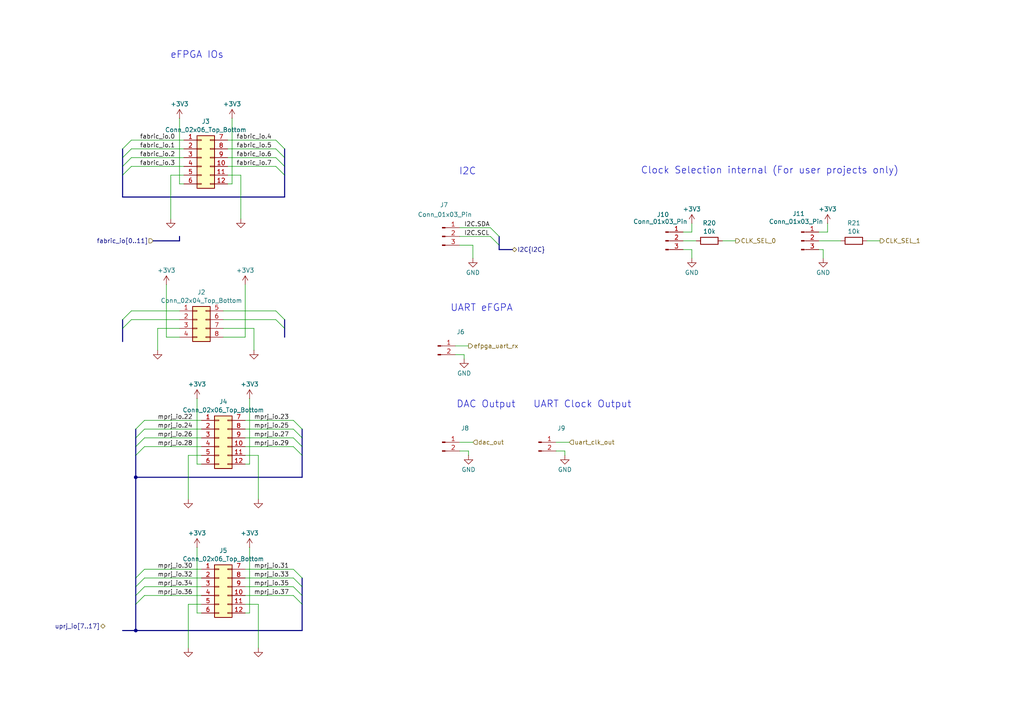
<source format=kicad_sch>
(kicad_sch (version 20231120) (generator "eeschema") (generator_version "8.0")
  (paper "A4")
  (title_block (title "Pin Headers") (date "2024-05-30") (rev "0.2.0"))
  (lib_symbols
    (symbol "Connector:Conn_01x02_Pin" (pin_names (offset 1.016) hide)
      (property "Reference" "J" (at 0 2.54 0))
      (property "Value" "Conn_01x02_Pin" (at 0 -5.08 0))
      (symbol "Conn_01x02_Pin_1_1"
        (polyline (pts (xy 1.27 -2.54) (xy 0.8636 -2.54)) (stroke (width 0.1524)))
        (polyline (pts (xy 1.27 0) (xy 0.8636 0)) (stroke (width 0.1524)))
        (rectangle (start 0.8636 -2.413) (end 0 -2.667) (stroke (width 0.1524)) (fill (type outline)))
        (rectangle (start 0.8636 0.127) (end 0 -0.127) (stroke (width 0.1524)) (fill (type outline)))
        (pin passive line (at 5.08 0 180) (length 3.81) (name "Pin_1") (number "1"))
        (pin passive line (at 5.08 -2.54 180) (length 3.81) (name "Pin_2") (number "2"))
      )
    )
    (symbol "Connector:Conn_01x03_Pin" (pin_names (offset 1.016) hide)
      (property "Reference" "J" (at 0 5.08 0))
      (property "Value" "Conn_01x03_Pin" (at 0 -5.08 0))
      (symbol "Conn_01x03_Pin_1_1"
        (polyline (pts (xy 1.27 -2.54) (xy 0.8636 -2.54)) (stroke (width 0.1524)))
        (polyline (pts (xy 1.27 0) (xy 0.8636 0)) (stroke (width 0.1524)))
        (polyline (pts (xy 1.27 2.54) (xy 0.8636 2.54)) (stroke (width 0.1524)))
        (rectangle (start 0.8636 -2.413) (end 0 -2.667) (stroke (width 0.1524)) (fill (type outline)))
        (rectangle (start 0.8636 0.127) (end 0 -0.127) (stroke (width 0.1524)) (fill (type outline)))
        (rectangle (start 0.8636 2.667) (end 0 2.413) (stroke (width 0.1524)) (fill (type outline)))
        (pin passive line (at 5.08 2.54 180) (length 3.81) (name "Pin_1") (number "1"))
        (pin passive line (at 5.08 0 180) (length 3.81) (name "Pin_2") (number "2"))
        (pin passive line (at 5.08 -2.54 180) (length 3.81) (name "Pin_3") (number "3"))
      )
    )
    (symbol "Connector_Generic:Conn_02x04_Top_Bottom" (pin_names (offset 1.016) hide)
      (property "Reference" "J" (at 1.27 5.08 0))
      (property "Value" "Conn_02x04_Top_Bottom" (at 1.27 -7.62 0))
      (symbol "Conn_02x04_Top_Bottom_1_1"
        (rectangle (start -1.27 -4.953) (end 0 -5.207) (stroke (width 0.1524)))
        (rectangle (start -1.27 -2.413) (end 0 -2.667) (stroke (width 0.1524)))
        (rectangle (start -1.27 0.127) (end 0 -0.127) (stroke (width 0.1524)))
        (rectangle (start -1.27 2.667) (end 0 2.413) (stroke (width 0.1524)))
        (rectangle (start -1.27 3.81) (end 3.81 -6.35) (stroke (width 0.254)) (fill (type background)))
        (rectangle (start 3.81 -4.953) (end 2.54 -5.207) (stroke (width 0.1524)))
        (rectangle (start 3.81 -2.413) (end 2.54 -2.667) (stroke (width 0.1524)))
        (rectangle (start 3.81 0.127) (end 2.54 -0.127) (stroke (width 0.1524)))
        (rectangle (start 3.81 2.667) (end 2.54 2.413) (stroke (width 0.1524)))
        (pin passive line (at -5.08 2.54 0) (length 3.81) (name "Pin_1") (number "1"))
        (pin passive line (at -5.08 0 0) (length 3.81) (name "Pin_2") (number "2"))
        (pin passive line (at -5.08 -2.54 0) (length 3.81) (name "Pin_3") (number "3"))
        (pin passive line (at -5.08 -5.08 0) (length 3.81) (name "Pin_4") (number "4"))
        (pin passive line (at 7.62 2.54 180) (length 3.81) (name "Pin_5") (number "5"))
        (pin passive line (at 7.62 0 180) (length 3.81) (name "Pin_6") (number "6"))
        (pin passive line (at 7.62 -2.54 180) (length 3.81) (name "Pin_7") (number "7"))
        (pin passive line (at 7.62 -5.08 180) (length 3.81) (name "Pin_8") (number "8"))
      )
    )
    (symbol "Connector_Generic:Conn_02x06_Top_Bottom" (pin_names (offset 1.016) hide)
      (property "Reference" "J" (at 1.27 7.62 0))
      (property "Value" "Conn_02x06_Top_Bottom" (at 1.27 -10.16 0))
      (symbol "Conn_02x06_Top_Bottom_1_1"
        (rectangle (start -1.27 -7.493) (end 0 -7.747) (stroke (width 0.1524)))
        (rectangle (start -1.27 -4.953) (end 0 -5.207) (stroke (width 0.1524)))
        (rectangle (start -1.27 -2.413) (end 0 -2.667) (stroke (width 0.1524)))
        (rectangle (start -1.27 0.127) (end 0 -0.127) (stroke (width 0.1524)))
        (rectangle (start -1.27 2.667) (end 0 2.413) (stroke (width 0.1524)))
        (rectangle (start -1.27 5.207) (end 0 4.953) (stroke (width 0.1524)))
        (rectangle (start -1.27 6.35) (end 3.81 -8.89) (stroke (width 0.254)) (fill (type background)))
        (rectangle (start 3.81 -7.493) (end 2.54 -7.747) (stroke (width 0.1524)))
        (rectangle (start 3.81 -4.953) (end 2.54 -5.207) (stroke (width 0.1524)))
        (rectangle (start 3.81 -2.413) (end 2.54 -2.667) (stroke (width 0.1524)))
        (rectangle (start 3.81 0.127) (end 2.54 -0.127) (stroke (width 0.1524)))
        (rectangle (start 3.81 2.667) (end 2.54 2.413) (stroke (width 0.1524)))
        (rectangle (start 3.81 5.207) (end 2.54 4.953) (stroke (width 0.1524)))
        (pin passive line (at -5.08 5.08 0) (length 3.81) (name "Pin_1") (number "1"))
        (pin passive line (at 7.62 -2.54 180) (length 3.81) (name "Pin_10") (number "10"))
        (pin passive line (at 7.62 -5.08 180) (length 3.81) (name "Pin_11") (number "11"))
        (pin passive line (at 7.62 -7.62 180) (length 3.81) (name "Pin_12") (number "12"))
        (pin passive line (at -5.08 2.54 0) (length 3.81) (name "Pin_2") (number "2"))
        (pin passive line (at -5.08 0 0) (length 3.81) (name "Pin_3") (number "3"))
        (pin passive line (at -5.08 -2.54 0) (length 3.81) (name "Pin_4") (number "4"))
        (pin passive line (at -5.08 -5.08 0) (length 3.81) (name "Pin_5") (number "5"))
        (pin passive line (at -5.08 -7.62 0) (length 3.81) (name "Pin_6") (number "6"))
        (pin passive line (at 7.62 5.08 180) (length 3.81) (name "Pin_7") (number "7"))
        (pin passive line (at 7.62 2.54 180) (length 3.81) (name "Pin_8") (number "8"))
        (pin passive line (at 7.62 0 180) (length 3.81) (name "Pin_9") (number "9"))
      )
    )
    (symbol "Device:R" (pin_numbers hide) (pin_names (offset 0))
      (property "Reference" "R" (at 2.032 0 90))
      (property "Value" "R" (at 0 0 90))
      (symbol "R_0_1"
        (rectangle (start -1.016 -2.54) (end 1.016 2.54) (stroke (width 0.254)))
      )
      (symbol "R_1_1"
        (pin passive line (at 0 3.81 270) (length 1.27) (name "~") (number "1"))
        (pin passive line (at 0 -3.81 90) (length 1.27) (name "~") (number "2"))
      )
    )
    (symbol "power:+3V3" (power) (pin_numbers hide) (pin_names (offset 0) hide)
      (property "Value" "+3V3" (at 0 3.556 0))
      (symbol "+3V3_0_1"
        (polyline (pts (xy -0.762 1.27) (xy 0 2.54)))
        (polyline (pts (xy 0 0) (xy 0 2.54)))
        (polyline (pts (xy 0 2.54) (xy 0.762 1.27)))
      )
      (symbol "+3V3_1_1"
        (pin power_in line (at 0 0 90) (length 0) (name "~") (number "1"))
      )
    )
    (symbol "power:GND" (power) (pin_numbers hide) (pin_names (offset 0) hide)
      (property "Value" "GND" (at 0 -3.81 0))
      (symbol "GND_0_1"
        (polyline (pts (xy 0 0) (xy 0 -1.27) (xy 1.27 -1.27) (xy 0 -2.54) (xy -1.27 -1.27) (xy 0 -1.27)))
      )
      (symbol "GND_1_1"
        (pin power_in line (at 0 0 270) (length 0) (name "~") (number "1"))
      )
    )
  )
  (junction (at 39.37 182.88))
  (junction (at 39.37 138.43))
  (bus_entry (at 38.1 43.18) (size -2.54 2.54))
  (bus_entry (at 39.37 170.18) (size 2.54 -2.54))
  (bus_entry (at 38.1 48.26) (size -2.54 2.54))
  (bus_entry (at 85.09 129.54) (size 2.54 2.54))
  (bus_entry (at 80.01 92.71) (size 2.54 2.54))
  (bus_entry (at 85.09 124.46) (size 2.54 2.54))
  (bus_entry (at 85.09 127) (size 2.54 2.54))
  (bus_entry (at 85.09 170.18) (size 2.54 2.54))
  (bus_entry (at 39.37 167.64) (size 2.54 -2.54))
  (bus_entry (at 80.01 40.64) (size 2.54 2.54))
  (bus_entry (at 85.09 165.1) (size 2.54 2.54))
  (bus_entry (at 80.01 45.72) (size 2.54 2.54))
  (bus_entry (at 142.24 66.04) (size 2.54 2.54))
  (bus_entry (at 39.37 127) (size 2.54 -2.54))
  (bus_entry (at 35.56 95.25) (size 2.54 -2.54))
  (bus_entry (at 39.37 124.46) (size 2.54 -2.54))
  (bus_entry (at 39.37 129.54) (size 2.54 -2.54))
  (bus_entry (at 142.24 68.58) (size 2.54 2.54))
  (bus_entry (at 85.09 172.72) (size 2.54 2.54))
  (bus_entry (at 35.56 43.18) (size 2.54 -2.54))
  (bus_entry (at 80.01 48.26) (size 2.54 2.54))
  (bus_entry (at 85.09 121.92) (size 2.54 2.54))
  (bus_entry (at 39.37 172.72) (size 2.54 -2.54))
  (bus_entry (at 82.55 92.71) (size -2.54 -2.54))
  (bus_entry (at 35.56 92.71) (size 2.54 -2.54))
  (bus_entry (at 39.37 175.26) (size 2.54 -2.54))
  (bus_entry (at 85.09 167.64) (size 2.54 2.54))
  (bus_entry (at 39.37 132.08) (size 2.54 -2.54))
  (bus_entry (at 80.01 43.18) (size 2.54 2.54))
  (bus_entry (at 38.1 45.72) (size -2.54 2.54))
  (wire (pts (xy 133.35 68.58) (xy 142.24 68.58)))
  (wire (pts (xy 64.77 92.71) (xy 80.01 92.71)))
  (wire (pts (xy 38.1 90.17) (xy 52.07 90.17)))
  (wire (pts (xy 67.31 53.34) (xy 66.04 53.34)))
  (wire (pts (xy 137.16 71.12) (xy 137.16 74.93)))
  (wire (pts (xy 134.62 102.87) (xy 134.62 104.14)))
  (wire (pts (xy 41.91 124.46) (xy 58.42 124.46)))
  (wire (pts (xy 38.1 48.26) (xy 53.34 48.26)))
  (wire (pts (xy 240.03 64.77) (xy 240.03 67.31)))
  (wire (pts (xy 209.55 69.85) (xy 213.36 69.85)))
  (wire (pts (xy 71.12 82.55) (xy 71.12 97.79)))
  (bus (pts (xy 39.37 175.26) (xy 39.37 182.88)))
  (wire (pts (xy 133.35 128.27) (xy 137.16 128.27)))
  (wire (pts (xy 251.46 69.85) (xy 255.27 69.85)))
  (bus (pts (xy 35.56 57.15) (xy 82.55 57.15)))
  (wire (pts (xy 66.04 50.8) (xy 69.85 50.8)))
  (wire (pts (xy 71.12 170.18) (xy 85.09 170.18)))
  (bus (pts (xy 82.55 48.26) (xy 82.55 50.8)))
  (bus (pts (xy 35.56 45.72) (xy 35.56 48.26)))
  (wire (pts (xy 66.04 45.72) (xy 80.01 45.72)))
  (wire (pts (xy 72.39 158.75) (xy 72.39 177.8)))
  (wire (pts (xy 57.15 177.8) (xy 58.42 177.8)))
  (wire (pts (xy 41.91 165.1) (xy 58.42 165.1)))
  (wire (pts (xy 71.12 175.26) (xy 74.93 175.26)))
  (wire (pts (xy 52.07 53.34) (xy 53.34 53.34)))
  (bus (pts (xy 39.37 170.18) (xy 39.37 172.72)))
  (bus (pts (xy 39.37 172.72) (xy 39.37 175.26)))
  (bus (pts (xy 87.63 129.54) (xy 87.63 132.08)))
  (wire (pts (xy 198.12 72.39) (xy 200.66 72.39)))
  (bus (pts (xy 39.37 129.54) (xy 39.37 132.08)))
  (wire (pts (xy 41.91 172.72) (xy 58.42 172.72)))
  (bus (pts (xy 144.78 72.39) (xy 148.59 72.39)))
  (wire (pts (xy 38.1 92.71) (xy 52.07 92.71)))
  (bus (pts (xy 39.37 138.43) (xy 87.63 138.43)))
  (wire (pts (xy 67.31 34.29) (xy 67.31 53.34)))
  (wire (pts (xy 198.12 69.85) (xy 201.93 69.85)))
  (bus (pts (xy 87.63 172.72) (xy 87.63 175.26)))
  (bus (pts (xy 39.37 182.88) (xy 87.63 182.88)))
  (wire (pts (xy 52.07 97.79) (xy 48.26 97.79)))
  (wire (pts (xy 238.76 72.39) (xy 238.76 74.93)))
  (wire (pts (xy 54.61 175.26) (xy 58.42 175.26)))
  (wire (pts (xy 74.93 132.08) (xy 74.93 144.78)))
  (wire (pts (xy 38.1 43.18) (xy 53.34 43.18)))
  (wire (pts (xy 161.29 128.27) (xy 165.1 128.27)))
  (bus (pts (xy 35.56 92.71) (xy 35.56 95.25)))
  (wire (pts (xy 49.53 50.8) (xy 53.34 50.8)))
  (bus (pts (xy 35.56 182.88) (xy 39.37 182.88)))
  (wire (pts (xy 132.08 100.33) (xy 135.89 100.33)))
  (bus (pts (xy 144.78 68.58) (xy 144.78 71.12)))
  (wire (pts (xy 54.61 132.08) (xy 58.42 132.08)))
  (wire (pts (xy 41.91 121.92) (xy 58.42 121.92)))
  (wire (pts (xy 41.91 167.64) (xy 58.42 167.64)))
  (wire (pts (xy 52.07 34.29) (xy 52.07 53.34)))
  (bus (pts (xy 82.55 95.25) (xy 82.55 97.79)))
  (wire (pts (xy 133.35 66.04) (xy 142.24 66.04)))
  (wire (pts (xy 71.12 132.08) (xy 74.93 132.08)))
  (wire (pts (xy 200.66 64.77) (xy 200.66 67.31)))
  (wire (pts (xy 72.39 134.62) (xy 71.12 134.62)))
  (wire (pts (xy 72.39 177.8) (xy 71.12 177.8)))
  (wire (pts (xy 71.12 124.46) (xy 85.09 124.46)))
  (wire (pts (xy 64.77 97.79) (xy 71.12 97.79)))
  (wire (pts (xy 73.66 95.25) (xy 73.66 101.6)))
  (wire (pts (xy 57.15 115.57) (xy 57.15 134.62)))
  (bus (pts (xy 87.63 124.46) (xy 87.63 127)))
  (bus (pts (xy 82.55 50.8) (xy 82.55 57.15)))
  (bus (pts (xy 35.56 43.18) (xy 35.56 45.72)))
  (wire (pts (xy 52.07 95.25) (xy 45.72 95.25)))
  (wire (pts (xy 74.93 175.26) (xy 74.93 187.96)))
  (wire (pts (xy 66.04 43.18) (xy 80.01 43.18)))
  (wire (pts (xy 71.12 165.1) (xy 85.09 165.1)))
  (wire (pts (xy 198.12 67.31) (xy 200.66 67.31)))
  (bus (pts (xy 82.55 45.72) (xy 82.55 48.26)))
  (wire (pts (xy 48.26 82.55) (xy 48.26 97.79)))
  (wire (pts (xy 64.77 90.17) (xy 80.01 90.17)))
  (bus (pts (xy 39.37 124.46) (xy 39.37 127)))
  (wire (pts (xy 237.49 67.31) (xy 240.03 67.31)))
  (bus (pts (xy 87.63 167.64) (xy 87.63 170.18)))
  (wire (pts (xy 237.49 72.39) (xy 238.76 72.39)))
  (wire (pts (xy 64.77 95.25) (xy 73.66 95.25)))
  (bus (pts (xy 87.63 132.08) (xy 87.63 138.43)))
  (wire (pts (xy 135.89 130.81) (xy 135.89 132.08)))
  (wire (pts (xy 132.08 102.87) (xy 134.62 102.87)))
  (bus (pts (xy 35.56 50.8) (xy 35.56 57.15)))
  (wire (pts (xy 163.83 130.81) (xy 163.83 132.08)))
  (wire (pts (xy 41.91 127) (xy 58.42 127)))
  (wire (pts (xy 38.1 45.72) (xy 53.34 45.72)))
  (wire (pts (xy 66.04 48.26) (xy 80.01 48.26)))
  (bus (pts (xy 82.55 43.18) (xy 82.55 45.72)))
  (bus (pts (xy 87.63 175.26) (xy 87.63 182.88)))
  (wire (pts (xy 41.91 129.54) (xy 58.42 129.54)))
  (wire (pts (xy 41.91 170.18) (xy 58.42 170.18)))
  (wire (pts (xy 38.1 40.64) (xy 53.34 40.64)))
  (bus (pts (xy 52.07 68.58) (xy 52.07 69.85)))
  (wire (pts (xy 57.15 158.75) (xy 57.15 177.8)))
  (wire (pts (xy 57.15 134.62) (xy 58.42 134.62)))
  (wire (pts (xy 133.35 71.12) (xy 137.16 71.12)))
  (wire (pts (xy 161.29 130.81) (xy 163.83 130.81)))
  (wire (pts (xy 71.12 129.54) (xy 85.09 129.54)))
  (bus (pts (xy 39.37 167.64) (xy 39.37 170.18)))
  (wire (pts (xy 54.61 132.08) (xy 54.61 144.78)))
  (bus (pts (xy 144.78 71.12) (xy 144.78 72.39)))
  (bus (pts (xy 44.45 69.85) (xy 52.07 69.85)))
  (bus (pts (xy 35.56 95.25) (xy 35.56 99.06)))
  (bus (pts (xy 39.37 132.08) (xy 39.37 138.43)))
  (bus (pts (xy 35.56 48.26) (xy 35.56 50.8)))
  (wire (pts (xy 71.12 172.72) (xy 85.09 172.72)))
  (bus (pts (xy 87.63 170.18) (xy 87.63 172.72)))
  (wire (pts (xy 237.49 69.85) (xy 243.84 69.85)))
  (wire (pts (xy 71.12 167.64) (xy 85.09 167.64)))
  (bus (pts (xy 82.55 92.71) (xy 82.55 95.25)))
  (bus (pts (xy 87.63 127) (xy 87.63 129.54)))
  (wire (pts (xy 133.35 130.81) (xy 135.89 130.81)))
  (wire (pts (xy 71.12 127) (xy 85.09 127)))
  (bus (pts (xy 39.37 138.43) (xy 39.37 167.64)))
  (wire (pts (xy 49.53 50.8) (xy 49.53 63.5)))
  (wire (pts (xy 66.04 40.64) (xy 80.01 40.64)))
  (bus (pts (xy 39.37 127) (xy 39.37 129.54)))
  (wire (pts (xy 72.39 115.57) (xy 72.39 134.62)))
  (wire (pts (xy 71.12 121.92) (xy 85.09 121.92)))
  (wire (pts (xy 200.66 72.39) (xy 200.66 74.93)))
  (wire (pts (xy 54.61 175.26) (xy 54.61 187.96)))
  (wire (pts (xy 45.72 95.25) (xy 45.72 101.6)))
  (wire (pts (xy 69.85 50.8) (xy 69.85 63.5)))
  (text "I2C" (at 135.636 49.784 0) (effects (font (size 2 2))))
  (text "UART Clock Output" (at 168.91 117.348 0) (effects (font (size 2 2))))
  (text "DAC Output" (at 140.97 117.348 0) (effects (font (size 2 2))))
  (text "Clock Selection internal (For user projects only)" (at 223.266 49.53 0) (effects (font (size 2 2))))
  (text "UART eFGPA" (at 139.7 89.408 0) (effects (font (size 2 2))))
  (text "eFPGA IOs" (at 57.15 16.002 0) (effects (font (size 2 2))))
  (label "mprj_io.24" (at 55.88 124.46 180))
  (label "mprj_io.30" (at 55.88 165.1 180))
  (label "fabric_io.6" (at 68.58 45.72 0))
  (label "mprj_io.26" (at 55.88 127 180))
  (label "mprj_io.23" (at 73.66 121.92 0))
  (label "fabric_io.7" (at 68.58 48.26 0))
  (label "mprj_io.31" (at 73.66 165.1 0))
  (label "mprj_io.32" (at 55.88 167.64 180))
  (label "fabric_io.4" (at 68.58 40.64 0))
  (label "I2C.SCL" (at 134.62 68.58 0))
  (label "mprj_io.33" (at 73.66 167.64 0))
  (label "mprj_io.37" (at 73.66 172.72 0))
  (label "mprj_io.22" (at 55.88 121.92 180))
  (label "mprj_io.28" (at 55.88 129.54 180))
  (label "mprj_io.25" (at 73.66 124.46 0))
  (label "mprj_io.36" (at 55.88 172.72 180))
  (label "fabric_io.0" (at 50.8 40.64 180))
  (label "fabric_io.5" (at 68.58 43.18 0))
  (label "mprj_io.29" (at 73.66 129.54 0))
  (label "mprj_io.35" (at 73.66 170.18 0))
  (label "fabric_io.3" (at 50.8 48.26 180))
  (label "fabric_io.1" (at 50.8 43.18 180))
  (label "mprj_io.27" (at 73.66 127 0))
  (label "mprj_io.34" (at 55.88 170.18 180))
  (label "I2C.SDA" (at 134.62 66.04 0))
  (label "fabric_io.2" (at 50.8 45.72 180))
  (hierarchical_label "efpga_uart_rx" (shape output) (at 135.89 100.33 0))
  (hierarchical_label "CLK_SEL_1" (shape output) (at 255.27 69.85 0))
  (hierarchical_label "fabric_io[0..11]" (shape input) (at 44.45 69.85 180))
  (hierarchical_label "uprj_io[7..17]" (shape bidirectional) (at 30.48 181.61 180))
  (hierarchical_label "dac_out" (shape input) (at 137.16 128.27 0))
  (hierarchical_label "uart_clk_out" (shape input) (at 165.1 128.27 0))
  (hierarchical_label "I2C{I2C}" (shape bidirectional) (at 148.59 72.39 0))
  (hierarchical_label "CLK_SEL_0" (shape output) (at 213.36 69.85 0))
  (symbol (lib_id "Connector:Conn_01x03_Pin") (at 128.27 68.58 0) (unit 1)
    (property "Reference" "J7" (at 128.778 59.436 0))
    (property "Value" "Conn_01x03_Pin" (at 129.032 62.23 0))
    (property "Footprint" "Connector_PinHeader_2.54mm:PinHeader_1x03_P2.54mm_Vertical" (effects (hide yes)))
    (property "Description" "Generic connector, single row, 01x03, script generated" (effects (hide yes)))
  )
  (symbol (lib_id "power:GND") (at 74.93 187.96 0) (mirror y) (unit 1)
    (property "Reference" "#PWR70" (effects (hide yes)))
    (property "Value" "GND" (effects (hide yes)))
    (property "Description" "Power symbol creates a global label with name \"GND\" , ground" (effects (hide yes)))
  )
  (symbol (lib_id "power:+3V3") (at 48.26 82.55 0) (unit 1)
    (property "Reference" "#PWR56" (effects (hide yes)))
    (property "Value" "+3V3" (at 48.26 78.4169 0))
    (property "Description" "Power symbol creates a global label with name \"+3V3\"" (effects (hide yes)))
  )
  (symbol (lib_id "Device:R") (at 247.65 69.85 90) (unit 1)
    (property "Reference" "R21" (at 247.65 64.6895 90))
    (property "Value" "10k" (at 247.65 67.1138 90))
    (property "Footprint" "Resistor_SMD:R_0805_2012Metric" (effects (hide yes)))
    (property "Description" "Resistor" (effects (hide yes)))
  )
  (symbol (lib_id "Connector_Generic:Conn_02x06_Top_Bottom") (at 63.5 127 0) (unit 1)
    (property "Reference" "J4" (at 64.77 116.5055 0))
    (property "Value" "Conn_02x06_Top_Bottom" (at 64.77 118.9298 0))
    (property "Footprint" "Customized:PinSocket_2x06_P2.54mm_Horizontal" (effects (hide yes)))
    (property "Description" "Generic connector, double row, 02x06, top/bottom pin numbering scheme (row 1: 1...pins_per_row, row2: pins_per_row+1 ... num_pins), script generated (kicad-library-utils/schlib/autogen/connector/)" (effects (hide yes)))
  )
  (symbol (lib_id "power:GND") (at 135.89 132.08 0) (unit 1)
    (property "Reference" "#PWR72" (effects (hide yes)))
    (property "Value" "GND" (at 135.89 136.2131 0))
    (property "Description" "Power symbol creates a global label with name \"GND\" , ground" (effects (hide yes)))
  )
  (symbol (lib_id "power:GND") (at 74.93 144.78 0) (mirror y) (unit 1)
    (property "Reference" "#PWR69" (effects (hide yes)))
    (property "Value" "GND" (effects (hide yes)))
    (property "Description" "Power symbol creates a global label with name \"GND\" , ground" (effects (hide yes)))
  )
  (symbol (lib_id "power:+3V3") (at 57.15 158.75 0) (unit 1)
    (property "Reference" "#PWR62" (effects (hide yes)))
    (property "Value" "+3V3" (at 57.15 154.6169 0))
    (property "Description" "Power symbol creates a global label with name \"+3V3\"" (effects (hide yes)))
  )
  (symbol (lib_id "Connector:Conn_01x02_Pin") (at 127 100.33 0) (unit 1)
    (property "Reference" "J6" (at 133.604 96.266 0))
    (property "Value" "Conn_01x02_Pin" (effects (hide yes)))
    (property "Footprint" "Connector_PinHeader_2.54mm:PinHeader_1x02_P2.54mm_Vertical" (effects (hide yes)))
    (property "Description" "Generic connector, single row, 01x02, script generated" (effects (hide yes)))
  )
  (symbol (lib_id "Connector:Conn_01x02_Pin") (at 128.27 128.27 0) (unit 1)
    (property "Reference" "J8" (at 134.874 124.206 0))
    (property "Value" "Conn_01x02_Pin" (effects (hide yes)))
    (property "Footprint" "Connector_PinHeader_2.54mm:PinHeader_1x02_P2.54mm_Vertical" (effects (hide yes)))
    (property "Description" "Generic connector, single row, 01x02, script generated" (effects (hide yes)))
  )
  (symbol (lib_id "power:GND") (at 49.53 63.5 0) (mirror y) (unit 1)
    (property "Reference" "#PWR57" (effects (hide yes)))
    (property "Value" "GND" (effects (hide yes)))
    (property "Description" "Power symbol creates a global label with name \"GND\" , ground" (effects (hide yes)))
  )
  (symbol (lib_id "Connector:Conn_01x03_Pin") (at 193.04 69.85 0) (unit 1)
    (property "Reference" "J10" (at 192.278 62.23 0))
    (property "Value" "Conn_01x03_Pin" (at 191.516 64.262 0))
    (property "Footprint" "Connector_PinHeader_2.54mm:PinHeader_1x03_P2.54mm_Vertical" (effects (hide yes)))
    (property "Description" "Generic connector, single row, 01x03, script generated" (effects (hide yes)))
  )
  (symbol (lib_id "power:GND") (at 54.61 144.78 0) (mirror y) (unit 1)
    (property "Reference" "#PWR59" (effects (hide yes)))
    (property "Value" "GND" (effects (hide yes)))
    (property "Description" "Power symbol creates a global label with name \"GND\" , ground" (effects (hide yes)))
  )
  (symbol (lib_id "power:+3V3") (at 67.31 34.29 0) (unit 1)
    (property "Reference" "#PWR63" (effects (hide yes)))
    (property "Value" "+3V3" (at 67.31 30.1569 0))
    (property "Description" "Power symbol creates a global label with name \"+3V3\"" (effects (hide yes)))
  )
  (symbol (lib_id "power:GND") (at 137.16 74.93 0) (unit 1)
    (property "Reference" "#PWR73" (effects (hide yes)))
    (property "Value" "GND" (at 137.16 79.0631 0))
    (property "Description" "Power symbol creates a global label with name \"GND\" , ground" (effects (hide yes)))
  )
  (symbol (lib_id "Connector_Generic:Conn_02x06_Top_Bottom") (at 58.42 45.72 0) (unit 1)
    (property "Reference" "J3" (at 59.69 35.2255 0))
    (property "Value" "Conn_02x06_Top_Bottom" (at 59.69 37.6498 0))
    (property "Footprint" "Customized:PinSocket_2x06_P2.54mm_Horizontal" (effects (hide yes)))
    (property "Description" "Generic connector, double row, 02x06, top/bottom pin numbering scheme (row 1: 1...pins_per_row, row2: pins_per_row+1 ... num_pins), script generated (kicad-library-utils/schlib/autogen/connector/)" (effects (hide yes)))
  )
  (symbol (lib_id "power:GND") (at 45.72 101.6 0) (mirror y) (unit 1)
    (property "Reference" "#PWR55" (effects (hide yes)))
    (property "Value" "GND" (effects (hide yes)))
    (property "Description" "Power symbol creates a global label with name \"GND\" , ground" (effects (hide yes)))
  )
  (symbol (lib_id "power:+3V3") (at 52.07 34.29 0) (unit 1)
    (property "Reference" "#PWR58" (effects (hide yes)))
    (property "Value" "+3V3" (at 52.07 30.1569 0))
    (property "Description" "Power symbol creates a global label with name \"+3V3\"" (effects (hide yes)))
  )
  (symbol (lib_id "power:GND") (at 134.62 104.14 0) (unit 1)
    (property "Reference" "#PWR71" (effects (hide yes)))
    (property "Value" "GND" (at 134.62 108.2731 0))
    (property "Description" "Power symbol creates a global label with name \"GND\" , ground" (effects (hide yes)))
  )
  (symbol (lib_id "Connector_Generic:Conn_02x04_Top_Bottom") (at 57.15 92.71 0) (unit 1)
    (property "Reference" "J2" (at 58.42 84.7555 0))
    (property "Value" "Conn_02x04_Top_Bottom" (at 58.42 87.1798 0))
    (property "Description" "Generic connector, double row, 02x04, top/bottom pin numbering scheme (row 1: 1...pins_per_row, row2: pins_per_row+1 ... num_pins), script generated (kicad-library-utils/schlib/autogen/connector/)" (effects (hide yes)))
  )
  (symbol (lib_id "Device:R") (at 205.74 69.85 90) (unit 1)
    (property "Reference" "R20" (at 205.74 64.6895 90))
    (property "Value" "10k" (at 205.74 67.1138 90))
    (property "Footprint" "Resistor_SMD:R_0805_2012Metric" (effects (hide yes)))
    (property "Description" "Resistor" (effects (hide yes)))
  )
  (symbol (lib_id "power:GND") (at 200.66 74.93 0) (unit 1)
    (property "Reference" "#PWR76" (effects (hide yes)))
    (property "Value" "GND" (at 200.66 79.0631 0))
    (property "Description" "Power symbol creates a global label with name \"GND\" , ground" (effects (hide yes)))
  )
  (symbol (lib_id "power:GND") (at 69.85 63.5 0) (mirror y) (unit 1)
    (property "Reference" "#PWR64" (effects (hide yes)))
    (property "Value" "GND" (effects (hide yes)))
    (property "Description" "Power symbol creates a global label with name \"GND\" , ground" (effects (hide yes)))
  )
  (symbol (lib_id "Connector_Generic:Conn_02x06_Top_Bottom") (at 63.5 170.18 0) (unit 1)
    (property "Reference" "J5" (at 64.77 159.6855 0))
    (property "Value" "Conn_02x06_Top_Bottom" (at 64.77 162.1098 0))
    (property "Footprint" "Customized:PinSocket_2x06_P2.54mm_Horizontal" (effects (hide yes)))
    (property "Description" "Generic connector, double row, 02x06, top/bottom pin numbering scheme (row 1: 1...pins_per_row, row2: pins_per_row+1 ... num_pins), script generated (kicad-library-utils/schlib/autogen/connector/)" (effects (hide yes)))
  )
  (symbol (lib_id "power:+3V3") (at 57.15 115.57 0) (unit 1)
    (property "Reference" "#PWR61" (effects (hide yes)))
    (property "Value" "+3V3" (at 57.15 111.4369 0))
    (property "Description" "Power symbol creates a global label with name \"+3V3\"" (effects (hide yes)))
  )
  (symbol (lib_id "power:GND") (at 238.76 74.93 0) (unit 1)
    (property "Reference" "#PWR77" (effects (hide yes)))
    (property "Value" "GND" (at 238.76 79.0631 0))
    (property "Description" "Power symbol creates a global label with name \"GND\" , ground" (effects (hide yes)))
  )
  (symbol (lib_id "power:+3V3") (at 72.39 158.75 0) (unit 1)
    (property "Reference" "#PWR67" (effects (hide yes)))
    (property "Value" "+3V3" (at 72.39 154.6169 0))
    (property "Description" "Power symbol creates a global label with name \"+3V3\"" (effects (hide yes)))
  )
  (symbol (lib_id "power:+3V3") (at 200.66 64.77 0) (unit 1)
    (property "Reference" "#PWR75" (effects (hide yes)))
    (property "Value" "+3V3" (at 200.66 60.6369 0))
    (property "Description" "Power symbol creates a global label with name \"+3V3\"" (effects (hide yes)))
  )
  (symbol (lib_id "power:GND") (at 163.83 132.08 0) (unit 1)
    (property "Reference" "#PWR74" (effects (hide yes)))
    (property "Value" "GND" (at 163.83 136.2131 0))
    (property "Description" "Power symbol creates a global label with name \"GND\" , ground" (effects (hide yes)))
  )
  (symbol (lib_id "power:GND") (at 73.66 101.6 0) (mirror y) (unit 1)
    (property "Reference" "#PWR68" (effects (hide yes)))
    (property "Value" "GND" (effects (hide yes)))
    (property "Description" "Power symbol creates a global label with name \"GND\" , ground" (effects (hide yes)))
  )
  (symbol (lib_id "power:+3V3") (at 71.12 82.55 0) (unit 1)
    (property "Reference" "#PWR65" (effects (hide yes)))
    (property "Value" "+3V3" (at 71.12 78.4169 0))
    (property "Description" "Power symbol creates a global label with name \"+3V3\"" (effects (hide yes)))
  )
  (symbol (lib_id "power:+3V3") (at 72.39 115.57 0) (unit 1)
    (property "Reference" "#PWR66" (effects (hide yes)))
    (property "Value" "+3V3" (at 72.39 111.4369 0))
    (property "Description" "Power symbol creates a global label with name \"+3V3\"" (effects (hide yes)))
  )
  (symbol (lib_id "Connector:Conn_01x03_Pin") (at 232.41 69.85 0) (unit 1)
    (property "Reference" "J11" (at 231.648 61.976 0))
    (property "Value" "Conn_01x03_Pin" (at 230.886 64.262 0))
    (property "Footprint" "Connector_PinHeader_2.54mm:PinHeader_1x03_P2.54mm_Vertical" (effects (hide yes)))
    (property "Description" "Generic connector, single row, 01x03, script generated" (effects (hide yes)))
  )
  (symbol (lib_id "power:+3V3") (at 240.03 64.77 0) (unit 1)
    (property "Reference" "#PWR78" (effects (hide yes)))
    (property "Value" "+3V3" (at 240.03 60.6369 0))
    (property "Description" "Power symbol creates a global label with name \"+3V3\"" (effects (hide yes)))
  )
  (symbol (lib_id "power:GND") (at 54.61 187.96 0) (mirror y) (unit 1)
    (property "Reference" "#PWR60" (effects (hide yes)))
    (property "Value" "GND" (effects (hide yes)))
    (property "Description" "Power symbol creates a global label with name \"GND\" , ground" (effects (hide yes)))
  )
  (symbol (lib_id "Connector:Conn_01x02_Pin") (at 156.21 128.27 0) (unit 1)
    (property "Reference" "J9" (at 162.814 124.206 0))
    (property "Value" "Conn_01x02_Pin" (effects (hide yes)))
    (property "Footprint" "Connector_PinHeader_2.54mm:PinHeader_1x02_P2.54mm_Vertical" (effects (hide yes)))
    (property "Description" "Generic connector, single row, 01x02, script generated" (effects (hide yes)))
  )
)
</source>
